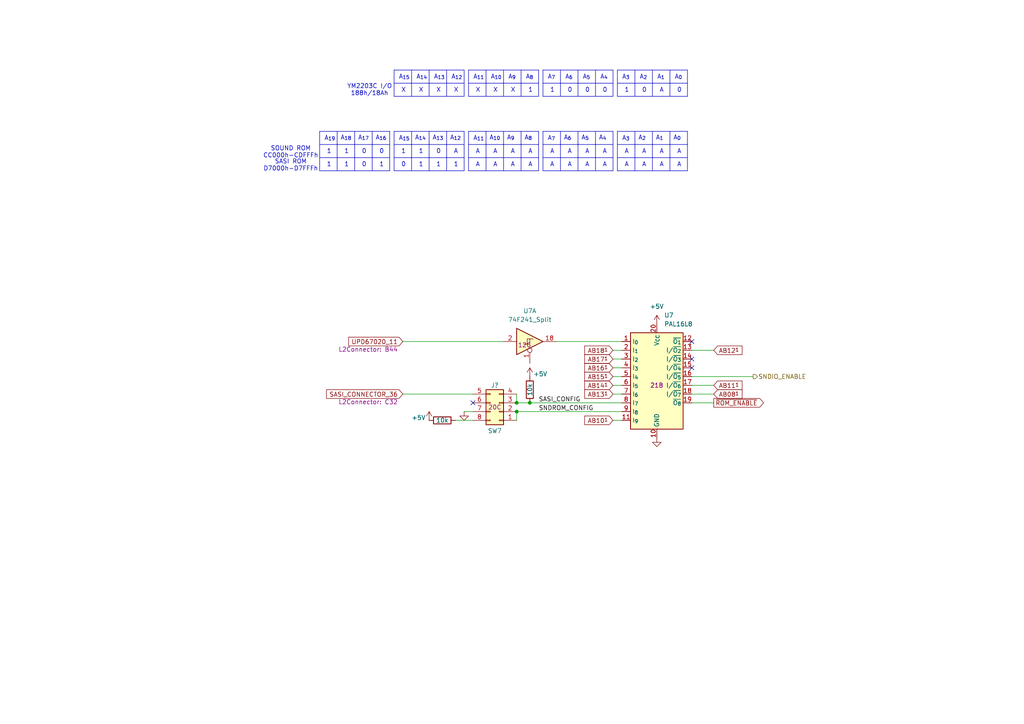
<source format=kicad_sch>
(kicad_sch (version 20250114) (generator "eeschema") (generator_version "9.0")
  (paper "A4")
  (lib_symbols
    (symbol "74xx:74LS241_Split"
      (property "Reference" "U" (at 0 1.27 0))
      (property "Value" "74LS241_Split" (at 0 -1.27 0))
      (symbol "74LS241_Split_1_0"
        (polyline (pts (xy -3.81 3.81) (xy -3.81 -3.81) (xy 3.81 0) (xy -3.81 3.81)) (stroke (width 0.254)) (fill (type background)))
        (pin input line (at -7.62 0 0) (length 3.81) (name "~") (number "2"))
        (pin input inverted (at 0 -6.35 90) (length 4.445) (name "~") (number "1"))
        (pin tri_state line (at 7.62 0 180) (length 3.81) (name "~") (number "18"))
      )
      (symbol "74LS241_Split_1_1"
        (polyline (pts (xy 0 0.762) (xy 0 -0.762) (xy -1.778 -0.762)))
        (polyline (pts (xy 1.016 0.762) (xy -0.762 0.762) (xy -0.762 -0.762)))
      )
      (symbol "74LS241_Split_2_0"
        (polyline (pts (xy -3.81 3.81) (xy -3.81 -3.81) (xy 3.81 0) (xy -3.81 3.81)) (stroke (width 0.254)) (fill (type background)))
        (pin input line (at -7.62 0 0) (length 3.81) (name "~") (number "4"))
        (pin tri_state line (at 7.62 0 180) (length 3.81) (name "~") (number "16"))
      )
      (symbol "74LS241_Split_2_1"
        (polyline (pts (xy 0 0.762) (xy 0 -0.762) (xy -1.778 -0.762)))
        (polyline (pts (xy 1.016 0.762) (xy -0.762 0.762) (xy -0.762 -0.762)))
      )
      (symbol "74LS241_Split_3_0"
        (polyline (pts (xy -3.81 3.81) (xy -3.81 -3.81) (xy 3.81 0) (xy -3.81 3.81)) (stroke (width 0.254)) (fill (type background)))
        (pin input line (at -7.62 0 0) (length 3.81) (name "~") (number "6"))
        (pin tri_state line (at 7.62 0 180) (length 3.81) (name "~") (number "14"))
      )
      (symbol "74LS241_Split_3_1"
        (polyline (pts (xy 0 0.762) (xy 0 -0.762) (xy -1.778 -0.762)))
        (polyline (pts (xy 1.016 0.762) (xy -0.762 0.762) (xy -0.762 -0.762)))
      )
      (symbol "74LS241_Split_4_0"
        (polyline (pts (xy -3.81 3.81) (xy -3.81 -3.81) (xy 3.81 0) (xy -3.81 3.81)) (stroke (width 0.254)) (fill (type background)))
        (pin input line (at -7.62 0 0) (length 3.81) (name "~") (number "8"))
        (pin tri_state line (at 7.62 0 180) (length 3.81) (name "~") (number "12"))
      )
      (symbol "74LS241_Split_4_1"
        (polyline (pts (xy 0 0.762) (xy 0 -0.762) (xy -1.778 -0.762)))
        (polyline (pts (xy 1.016 0.762) (xy -0.762 0.762) (xy -0.762 -0.762)))
      )
      (symbol "74LS241_Split_5_0"
        (polyline (pts (xy -3.81 3.81) (xy -3.81 -3.81) (xy 3.81 0) (xy -3.81 3.81)) (stroke (width 0.254)) (fill (type background)))
        (pin input line (at -7.62 0 0) (length 3.81) (name "~") (number "11"))
        (pin input line (at 0 -6.35 90) (length 4.445) (name "~") (number "19"))
        (pin tri_state line (at 7.62 0 180) (length 3.81) (name "~") (number "9"))
      )
      (symbol "74LS241_Split_5_1"
        (polyline (pts (xy 0 0.762) (xy 0 -0.762) (xy -1.778 -0.762)))
        (polyline (pts (xy 1.016 0.762) (xy -0.762 0.762) (xy -0.762 -0.762)))
      )
      (symbol "74LS241_Split_6_0"
        (polyline (pts (xy -3.81 3.81) (xy -3.81 -3.81) (xy 3.81 0) (xy -3.81 3.81)) (stroke (width 0.254)) (fill (type background)))
        (pin input line (at -7.62 0 0) (length 3.81) (name "~") (number "13"))
        (pin tri_state line (at 7.62 0 180) (length 3.81) (name "~") (number "7"))
      )
      (symbol "74LS241_Split_6_1"
        (polyline (pts (xy 0 0.762) (xy 0 -0.762) (xy -1.778 -0.762)))
        (polyline (pts (xy 1.016 0.762) (xy -0.762 0.762) (xy -0.762 -0.762)))
      )
      (symbol "74LS241_Split_7_0"
        (polyline (pts (xy -3.81 3.81) (xy -3.81 -3.81) (xy 3.81 0) (xy -3.81 3.81)) (stroke (width 0.254)) (fill (type background)))
        (pin input line (at -7.62 0 0) (length 3.81) (name "~") (number "15"))
        (pin tri_state line (at 7.62 0 180) (length 3.81) (name "~") (number "5"))
      )
      (symbol "74LS241_Split_7_1"
        (polyline (pts (xy 0 0.762) (xy 0 -0.762) (xy -1.778 -0.762)))
        (polyline (pts (xy 1.016 0.762) (xy -0.762 0.762) (xy -0.762 -0.762)))
      )
      (symbol "74LS241_Split_8_0"
        (polyline (pts (xy -3.81 3.81) (xy -3.81 -3.81) (xy 3.81 0) (xy -3.81 3.81)) (stroke (width 0.254)) (fill (type background)))
        (pin input line (at -7.62 0 0) (length 3.81) (name "~") (number "17"))
        (pin tri_state line (at 7.62 0 180) (length 3.81) (name "~") (number "3"))
      )
      (symbol "74LS241_Split_8_1"
        (polyline (pts (xy 0 0.762) (xy 0 -0.762) (xy -1.778 -0.762)))
        (polyline (pts (xy 1.016 0.762) (xy -0.762 0.762) (xy -0.762 -0.762)))
      )
      (symbol "74LS241_Split_9_0"
        (pin power_in line (at 0 12.7 270) (length 5.08) (name "VCC") (number "20"))
        (pin power_in line (at 0 -12.7 90) (length 5.08) (name "GND") (number "10"))
      )
      (symbol "74LS241_Split_9_1"
        (rectangle (start -5.08 7.62) (end 5.08 -7.62) (stroke (width 0.254)) (fill (type background)))
      )
    )
    (symbol "Connector_Generic:Conn_02x04_Counter_Clockwise" (pin_names (offset 1.016) (hide yes))
      (property "Reference" "J" (at 1.27 5.08 0))
      (property "Value" "Conn_02x04_Counter_Clockwise" (at 1.27 -7.62 0))
      (symbol "Conn_02x04_Counter_Clockwise_1_1"
        (rectangle (start -1.27 3.81) (end 3.81 -6.35) (stroke (width 0.254)) (fill (type background)))
        (rectangle (start -1.27 2.667) (end 0 2.413) (stroke (width 0.1524)))
        (rectangle (start -1.27 0.127) (end 0 -0.127) (stroke (width 0.1524)))
        (rectangle (start -1.27 -2.413) (end 0 -2.667) (stroke (width 0.1524)))
        (rectangle (start -1.27 -4.953) (end 0 -5.207) (stroke (width 0.1524)))
        (rectangle (start 3.81 2.667) (end 2.54 2.413) (stroke (width 0.1524)))
        (rectangle (start 3.81 0.127) (end 2.54 -0.127) (stroke (width 0.1524)))
        (rectangle (start 3.81 -2.413) (end 2.54 -2.667) (stroke (width 0.1524)))
        (rectangle (start 3.81 -4.953) (end 2.54 -5.207) (stroke (width 0.1524)))
        (pin passive line (at -5.08 2.54 0) (length 3.81) (name "Pin_1") (number "1"))
        (pin passive line (at -5.08 0 0) (length 3.81) (name "Pin_2") (number "2"))
        (pin passive line (at -5.08 -2.54 0) (length 3.81) (name "Pin_3") (number "3"))
        (pin passive line (at -5.08 -5.08 0) (length 3.81) (name "Pin_4") (number "4"))
        (pin passive line (at 7.62 2.54 180) (length 3.81) (name "Pin_8") (number "8"))
        (pin passive line (at 7.62 0 180) (length 3.81) (name "Pin_7") (number "7"))
        (pin passive line (at 7.62 -2.54 180) (length 3.81) (name "Pin_6") (number "6"))
        (pin passive line (at 7.62 -5.08 180) (length 3.81) (name "Pin_5") (number "5"))
      )
    )
    (symbol "Device:R" (pin_numbers (hide yes)) (pin_names (offset 0))
      (property "Reference" "R" (at 2.032 0 90))
      (property "Value" "R" (at 0 0 90))
      (symbol "R_0_1"
        (rectangle (start -1.016 -2.54) (end 1.016 2.54) (stroke (width 0.254)))
      )
      (symbol "R_1_1"
        (pin passive line (at 0 3.81 270) (length 1.27) (name "~") (number "1"))
        (pin passive line (at 0 -3.81 90) (length 1.27) (name "~") (number "2"))
      )
    )
    (symbol "Logic_Programmable:PAL16L8"
      (property "Reference" "U" (at -7.366 16.764 0))
      (property "Value" "PAL16L8" (at 1.27 16.764 0))
      (symbol "PAL16L8_0_0"
        (pin power_in line (at 0 -15.24 90) (length 2.54) (name "GND") (number "10"))
      )
      (symbol "PAL16L8_0_1"
        (rectangle (start -7.62 15.24) (end 7.62 -12.7) (stroke (width 0.254)) (fill (type background)))
      )
      (symbol "PAL16L8_1_0"
        (pin power_in line (at 0 17.78 270) (length 2.54) (name "V_{CC}") (number "20"))
      )
      (symbol "PAL16L8_1_1"
        (pin input line (at -10.16 12.7 0) (length 2.54) (name "I_{0}") (number "1"))
        (pin input line (at -10.16 10.16 0) (length 2.54) (name "I_{1}") (number "2"))
        (pin input line (at -10.16 7.62 0) (length 2.54) (name "I_{2}") (number "3"))
        (pin input line (at -10.16 5.08 0) (length 2.54) (name "I_{3}") (number "4"))
        (pin input line (at -10.16 2.54 0) (length 2.54) (name "I_{4}") (number "5"))
        (pin input line (at -10.16 0 0) (length 2.54) (name "I_{5}") (number "6"))
        (pin input line (at -10.16 -2.54 0) (length 2.54) (name "I_{6}") (number "7"))
        (pin input line (at -10.16 -5.08 0) (length 2.54) (name "I_{7}") (number "8"))
        (pin input line (at -10.16 -7.62 0) (length 2.54) (name "I_{8}") (number "9"))
        (pin input line (at -10.16 -10.16 0) (length 2.54) (name "I_{9}") (number "11"))
        (pin tri_state line (at 10.16 12.7 180) (length 2.54) (name "~{O_{1}}") (number "12"))
        (pin bidirectional line (at 10.16 10.16 180) (length 2.54) (name "I/~{O_{2}}") (number "13"))
        (pin bidirectional line (at 10.16 7.62 180) (length 2.54) (name "I/~{O_{3}}") (number "14"))
        (pin bidirectional line (at 10.16 5.08 180) (length 2.54) (name "I/~{O_{4}}") (number "15"))
        (pin bidirectional line (at 10.16 2.54 180) (length 2.54) (name "I/~{O_{5}}") (number "16"))
        (pin bidirectional line (at 10.16 0 180) (length 2.54) (name "I/~{O_{6}}") (number "17"))
        (pin bidirectional line (at 10.16 -2.54 180) (length 2.54) (name "I/~{O_{7}}") (number "18"))
        (pin tri_state line (at 10.16 -5.08 180) (length 2.54) (name "~{O_{8}}") (number "19"))
      )
    )
    (symbol "power:+5V" (power) (pin_numbers (hide yes)) (pin_names (offset 0) (hide yes))
      (property "Value" "+5V" (at 0 3.556 0))
      (symbol "+5V_0_1"
        (polyline (pts (xy -0.762 1.27) (xy 0 2.54)))
        (polyline (pts (xy 0 2.54) (xy 0.762 1.27)))
        (polyline (pts (xy 0 0) (xy 0 2.54)))
      )
      (symbol "+5V_1_1"
        (pin power_in line (at 0 0 90) (length 0) (name "~") (number "1"))
      )
    )
    (symbol "power:GND" (power) (pin_numbers (hide yes)) (pin_names (offset 0) (hide yes))
      (property "Value" "GND" (at 0 -3.81 0))
      (symbol "GND_0_1"
        (polyline (pts (xy 0 0) (xy 0 -1.27) (xy 1.27 -1.27) (xy 0 -2.54) (xy -1.27 -1.27) (xy 0 -1.27)))
      )
      (symbol "GND_1_1"
        (pin power_in line (at 0 0 270) (length 0) (name "~") (number "1"))
      )
    )
  )
  (text "SOUND ROM\nCC000h-CDFFFh" (at 84.328 44.196 0) (effects (font (size 1.27 1.27))))
  (text "YM2203C I/O\n188h/18Ah" (at 107.188 26.162 0) (effects (font (size 1.27 1.27))))
  (text "SASI ROM\nD7000h-D7FFFh" (at 84.328 48.006 0) (effects (font (size 1.27 1.27))))
  (junction (at 153.67 116.84))
  (junction (at 149.86 116.84))
  (junction (at 149.86 119.38))
  (no_connect (at 200.66 99.06))
  (no_connect (at 137.16 116.84))
  (no_connect (at 200.66 104.14))
  (no_connect (at 200.66 106.68))
  (wire (pts (xy 149.86 119.38) (xy 149.86 121.92)))
  (wire (pts (xy 177.8 101.6) (xy 180.34 101.6)))
  (wire (pts (xy 177.8 109.22) (xy 180.34 109.22)))
  (wire (pts (xy 132.08 121.92) (xy 137.16 121.92)))
  (wire (pts (xy 177.8 106.68) (xy 180.34 106.68)))
  (wire (pts (xy 200.66 111.76) (xy 207.01 111.76)))
  (wire (pts (xy 116.84 114.3) (xy 137.16 114.3)))
  (wire (pts (xy 200.66 109.22) (xy 218.44 109.22)))
  (wire (pts (xy 149.86 114.3) (xy 149.86 116.84)))
  (wire (pts (xy 200.66 101.6) (xy 207.01 101.6)))
  (wire (pts (xy 149.86 119.38) (xy 180.34 119.38)))
  (wire (pts (xy 177.8 114.3) (xy 180.34 114.3)))
  (wire (pts (xy 149.86 116.84) (xy 153.67 116.84)))
  (wire (pts (xy 177.8 121.92) (xy 180.34 121.92)))
  (wire (pts (xy 153.67 116.84) (xy 180.34 116.84)))
  (wire (pts (xy 177.8 111.76) (xy 180.34 111.76)))
  (wire (pts (xy 161.29 99.06) (xy 180.34 99.06)))
  (wire (pts (xy 116.84 99.06) (xy 146.05 99.06)))
  (wire (pts (xy 177.8 104.14) (xy 180.34 104.14)))
  (wire (pts (xy 200.66 114.3) (xy 207.01 114.3)))
  (wire (pts (xy 134.62 119.38) (xy 137.16 119.38)))
  (wire (pts (xy 200.66 116.84) (xy 207.01 116.84)))
  (table (column_count 4) (border (external yes) (header yes)) (separators (rows yes) (cols yes)) (column_widths 5.08 5.08 5.08 5.08) (row_heights 3.81 3.81 3.81) (cells (table_cell "A_{11}" (at 135.89 38.1 0) (size 5.08 3.81) (margins 1.3335 1.0795 0.9525 0.9525) (span 1 1)) (table_cell "A_{10}" (at 140.97 38.1 0) (size 5.08 3.81) (margins 0.9525 0.9525 0.9525 0.9525) (span 1 1)) (table_cell "A_{9}" (at 146.05 38.1 0) (size 5.08 3.81) (margins 0.9525 0.9525 0.9525 0.9525) (span 1 1)) (table_cell "A_{8}" (at 151.13 38.1 0) (size 5.08 3.81) (margins 0.9525 0.9525 0.9525 0.9525) (span 1 1)) (table_cell "A" (at 135.89 41.91 0) (size 5.08 3.81) (margins 2.0447 1.0795 0.4445 0.9525) (span 1 1)) (table_cell "A" (at 140.97 41.91 0) (size 5.08 3.81) (margins 2.0447 1.0795 0.4445 0.9525) (span 1 1)) (table_cell "A" (at 146.05 41.91 0) (size 5.08 3.81) (margins 2.0447 1.0795 0.4445 0.9525) (span 1 1)) (table_cell "A" (at 151.13 41.91 0) (size 5.08 3.81) (margins 2.0447 1.0795 0.4445 0.9525) (span 1 1)) (table_cell "A" (at 135.89 45.72 0) (size 5.08 3.81) (margins 2.0447 1.0795 0.4445 0.9525) (span 1 1)) (table_cell "A" (at 140.97 45.72 0) (size 5.08 3.81) (margins 2.0447 1.0795 0.4445 0.9525) (span 1 1)) (table_cell "A" (at 146.05 45.72 0) (size 5.08 3.81) (margins 2.0447 1.0795 0.4445 0.9525) (span 1 1)) (table_cell "A" (at 151.13 45.72 0) (size 5.08 3.81) (margins 2.0447 1.0795 0.4445 0.9525) (span 1 1))))
  (table (column_count 4) (border (external yes) (header yes)) (separators (rows yes) (cols yes)) (column_widths 5.08 5.08 5.08 5.08) (row_heights 3.81 3.81) (cells (table_cell "A_{11}" (at 135.89 20.32 0) (size 5.08 3.81) (margins 1.3335 1.0795 0.9525 0.9525) (span 1 1)) (table_cell "A_{10}" (at 140.97 20.32 0) (size 5.08 3.81) (margins 1.3335 1.0795 0.9525 0.9525) (span 1 1)) (table_cell "A_{9}" (at 146.05 20.32 0) (size 5.08 3.81) (margins 1.3335 1.0795 0.9525 0.9525) (span 1 1)) (table_cell "A_{8}" (at 151.13 20.32 0) (size 5.08 3.81) (margins 1.3335 1.0795 0.9525 0.9525) (span 1 1)) (table_cell "X" (at 135.89 24.13 0) (size 5.08 3.81) (margins 2.0447 1.0795 0.4445 0.9525) (span 1 1)) (table_cell "X" (at 140.97 24.13 0) (size 5.08 3.81) (margins 2.0447 1.0795 0.4445 0.9525) (span 1 1)) (table_cell "X" (at 146.05 24.13 0) (size 5.08 3.81) (margins 2.0447 1.0795 0.4445 0.9525) (span 1 1)) (table_cell "1" (at 151.13 24.13 0) (size 5.08 3.81) (margins 2.0447 1.0795 0.4445 0.9525) (span 1 1))))
  (table (column_count 4) (border (external yes) (header yes)) (separators (rows yes) (cols yes)) (column_widths 5.08 5.08 5.08 5.08) (row_heights 3.81 3.81 3.81) (cells (table_cell "A_{3}" (at 179.07 38.1 0) (size 5.08 3.81) (margins 1.3335 1.0795 0.9525 0.9525) (span 1 1)) (table_cell "A_{2}" (at 184.15 38.1 0) (size 5.08 3.81) (margins 0.9525 0.9525 0.9525 0.9525) (span 1 1)) (table_cell "A_{1}" (at 189.23 38.1 0) (size 5.08 3.81) (margins 0.9525 0.9525 0.9525 0.9525) (span 1 1)) (table_cell "A_{0}" (at 194.31 38.1 0) (size 5.08 3.81) (margins 0.9525 0.9525 0.9525 0.9525) (span 1 1)) (table_cell "A" (at 179.07 41.91 0) (size 5.08 3.81) (margins 2.0447 1.0795 0.4445 0.9525) (span 1 1)) (table_cell "A" (at 184.15 41.91 0) (size 5.08 3.81) (margins 2.0447 1.0795 0.4445 0.9525) (span 1 1)) (table_cell "A" (at 189.23 41.91 0) (size 5.08 3.81) (margins 2.0447 1.0795 0.4445 0.9525) (span 1 1)) (table_cell "A" (at 194.31 41.91 0) (size 5.08 3.81) (margins 2.0447 1.0795 0.4445 0.9525) (span 1 1)) (table_cell "A" (at 179.07 45.72 0) (size 5.08 3.81) (margins 2.0447 1.0795 0.4445 0.9525) (span 1 1)) (table_cell "A" (at 184.15 45.72 0) (size 5.08 3.81) (margins 2.0447 1.0795 0.4445 0.9525) (span 1 1)) (table_cell "A" (at 189.23 45.72 0) (size 5.08 3.81) (margins 2.0447 1.0795 0.4445 0.9525) (span 1 1)) (table_cell "A" (at 194.31 45.72 0) (size 5.08 3.81) (margins 2.0447 1.0795 0.4445 0.9525) (span 1 1))))
  (table (column_count 4) (border (external yes) (header yes)) (separators (rows yes) (cols yes)) (column_widths 5.08 5.08 5.08 5.08) (row_heights 3.81 3.81) (cells (table_cell "A_{15}" (at 114.3 20.32 0) (size 5.08 3.81) (margins 1.3335 1.0795 0.9525 0.9525) (span 1 1)) (table_cell "A_{14}" (at 119.38 20.32 0) (size 5.08 3.81) (margins 1.3335 1.0795 0.9525 0.9525) (span 1 1)) (table_cell "A_{13}" (at 124.46 20.32 0) (size 5.08 3.81) (margins 1.3335 1.0795 0.9525 0.9525) (span 1 1)) (table_cell "A_{12}" (at 129.54 20.32 0) (size 5.08 3.81) (margins 1.3335 1.0795 0.9525 0.9525) (span 1 1)) (table_cell "X" (at 114.3 24.13 0) (size 5.08 3.81) (margins 2.0447 1.0795 0.4445 0.9525) (span 1 1)) (table_cell "X" (at 119.38 24.13 0) (size 5.08 3.81) (margins 2.0447 1.0795 0.4445 0.9525) (span 1 1)) (table_cell "X" (at 124.46 24.13 0) (size 5.08 3.81) (margins 2.0447 1.0795 0.4445 0.9525) (span 1 1)) (table_cell "X" (at 129.54 24.13 0) (size 5.08 3.81) (margins 2.0447 1.0795 0.4445 0.9525) (span 1 1))))
  (table (column_count 4) (border (external yes) (header yes)) (separators (rows yes) (cols yes)) (column_widths 5.08 5.08 5.08 5.08) (row_heights 3.81 3.81 3.81) (cells (table_cell "A_{7}" (at 157.48 38.1 0) (size 5.08 3.81) (margins 1.3335 1.0795 0.9525 0.9525) (span 1 1)) (table_cell "A_{6}" (at 162.56 38.1 0) (size 5.08 3.81) (margins 0.9525 0.9525 0.9525 0.9525) (span 1 1)) (table_cell "A_{5}" (at 167.64 38.1 0) (size 5.08 3.81) (margins 0.9525 0.9525 0.9525 0.9525) (span 1 1)) (table_cell "A_{4}" (at 172.72 38.1 0) (size 5.08 3.81) (margins 0.9525 0.9525 0.9525 0.9525) (span 1 1)) (table_cell "A" (at 157.48 41.91 0) (size 5.08 3.81) (margins 2.0447 1.0795 0.4445 0.9525) (span 1 1)) (table_cell "A" (at 162.56 41.91 0) (size 5.08 3.81) (margins 2.0447 1.0795 0.4445 0.9525) (span 1 1)) (table_cell "A" (at 167.64 41.91 0) (size 5.08 3.81) (margins 2.0447 1.0795 0.4445 0.9525) (span 1 1)) (table_cell "A" (at 172.72 41.91 0) (size 5.08 3.81) (margins 2.0447 1.0795 0.4445 0.9525) (span 1 1)) (table_cell "A" (at 157.48 45.72 0) (size 5.08 3.81) (margins 2.0447 1.0795 0.4445 0.9525) (span 1 1)) (table_cell "A" (at 162.56 45.72 0) (size 5.08 3.81) (margins 2.0447 1.0795 0.4445 0.9525) (span 1 1)) (table_cell "A" (at 167.64 45.72 0) (size 5.08 3.81) (margins 2.0447 1.0795 0.4445 0.9525) (span 1 1)) (table_cell "A" (at 172.72 45.72 0) (size 5.08 3.81) (margins 2.0447 1.0795 0.4445 0.9525) (span 1 1))))
  (table (column_count 4) (border (external yes) (header yes)) (separators (rows yes) (cols yes)) (column_widths 5.08 5.08 5.08 5.08) (row_heights 3.81 3.81 3.81) (cells (table_cell "A_{19}" (at 92.71 38.1 0) (size 5.08 3.81) (margins 1.3335 1.0795 0.9525 0.9525) (span 1 1)) (table_cell "A_{18}" (at 97.79 38.1 0) (size 5.08 3.81) (margins 0.9525 0.9525 0.9525 0.9525) (span 1 1)) (table_cell "A_{17}" (at 102.87 38.1 0) (size 5.08 3.81) (margins 0.9525 0.9525 0.9525 0.9525) (span 1 1)) (table_cell "A_{16}" (at 107.95 38.1 0) (size 5.08 3.81) (margins 0.9525 0.9525 0.9525 0.9525) (span 1 1)) (table_cell "1" (at 92.71 41.91 0) (size 5.08 3.81) (margins 2.0447 1.0795 0.4445 0.9525) (span 1 1)) (table_cell "1" (at 97.79 41.91 0) (size 5.08 3.81) (margins 2.0447 1.0795 0.4445 0.9525) (span 1 1)) (table_cell "0" (at 102.87 41.91 0) (size 5.08 3.81) (margins 2.0447 1.0795 0.4445 0.9525) (span 1 1)) (table_cell "0" (at 107.95 41.91 0) (size 5.08 3.81) (margins 2.0447 1.0795 0.4445 0.9525) (span 1 1)) (table_cell "1" (at 92.71 45.72 0) (size 5.08 3.81) (margins 2.0447 1.0795 0.4445 0.9525) (span 1 1)) (table_cell "1" (at 97.79 45.72 0) (size 5.08 3.81) (margins 2.0447 1.0795 0.4445 0.9525) (span 1 1)) (table_cell "0" (at 102.87 45.72 0) (size 5.08 3.81) (margins 2.0447 1.0795 0.4445 0.9525) (span 1 1)) (table_cell "1" (at 107.95 45.72 0) (size 5.08 3.81) (margins 2.0447 1.0795 0.4445 0.9525) (span 1 1))))
  (table (column_count 4) (border (external yes) (header yes)) (separators (rows yes) (cols yes)) (column_widths 5.08 5.08 5.08 5.08) (row_heights 3.81 3.81) (cells (table_cell "A_{7}" (at 157.48 20.32 0) (size 5.08 3.81) (margins 1.3335 1.0795 0.9525 0.9525) (span 1 1)) (table_cell "A_{6}" (at 162.56 20.32 0) (size 5.08 3.81) (margins 1.3335 1.0795 0.9525 0.9525) (span 1 1)) (table_cell "A_{5}" (at 167.64 20.32 0) (size 5.08 3.81) (margins 1.3335 1.0795 0.9525 0.9525) (span 1 1)) (table_cell "A_{4}" (at 172.72 20.32 0) (size 5.08 3.81) (margins 1.3335 1.0795 0.9525 0.9525) (span 1 1)) (table_cell "1" (at 157.48 24.13 0) (size 5.08 3.81) (margins 2.0447 1.0795 0.4445 0.9525) (span 1 1)) (table_cell "0" (at 162.56 24.13 0) (size 5.08 3.81) (margins 2.0447 1.0795 0.4445 0.9525) (span 1 1)) (table_cell "0" (at 167.64 24.13 0) (size 5.08 3.81) (margins 2.0447 1.0795 0.4445 0.9525) (span 1 1)) (table_cell "0" (at 172.72 24.13 0) (size 5.08 3.81) (margins 2.0447 1.0795 0.4445 0.9525) (span 1 1))))
  (table (column_count 4) (border (external yes) (header yes)) (separators (rows yes) (cols yes)) (column_widths 5.08 5.08 5.08 5.08) (row_heights 3.81 3.81 3.81) (cells (table_cell "A_{15}" (at 114.3 38.1 0) (size 5.08 3.81) (margins 1.3335 1.0795 0.9525 0.9525) (span 1 1)) (table_cell "A_{14}" (at 119.38 38.1 0) (size 5.08 3.81) (margins 0.9525 0.9525 0.9525 0.9525) (span 1 1)) (table_cell "A_{13}" (at 124.46 38.1 0) (size 5.08 3.81) (margins 0.9525 0.9525 0.9525 0.9525) (span 1 1)) (table_cell "A_{12}" (at 129.54 38.1 0) (size 5.08 3.81) (margins 0.9525 0.9525 0.9525 0.9525) (span 1 1)) (table_cell "1" (at 114.3 41.91 0) (size 5.08 3.81) (margins 2.0447 1.0795 0.4445 0.9525) (span 1 1)) (table_cell "1" (at 119.38 41.91 0) (size 5.08 3.81) (margins 2.0447 1.0795 0.4445 0.9525) (span 1 1)) (table_cell "0" (at 124.46 41.91 0) (size 5.08 3.81) (margins 2.0447 1.0795 0.4445 0.9525) (span 1 1)) (table_cell "A" (at 129.54 41.91 0) (size 5.08 3.81) (margins 2.0447 1.0795 0.4445 0.9525) (span 1 1)) (table_cell "0" (at 114.3 45.72 0) (size 5.08 3.81) (margins 2.0447 1.0795 0.4445 0.9525) (span 1 1)) (table_cell "1" (at 119.38 45.72 0) (size 5.08 3.81) (margins 2.0447 1.0795 0.4445 0.9525) (span 1 1)) (table_cell "1" (at 124.46 45.72 0) (size 5.08 3.81) (margins 2.0447 1.0795 0.4445 0.9525) (span 1 1)) (table_cell "1" (at 129.54 45.72 0) (size 5.08 3.81) (margins 2.0447 1.0795 0.4445 0.9525) (span 1 1))))
  (table (column_count 4) (border (external yes) (header yes)) (separators (rows yes) (cols yes)) (column_widths 5.08 5.08 5.08 5.08) (row_heights 3.81 3.81) (cells (table_cell "A_{3}" (at 179.07 20.32 0) (size 5.08 3.81) (margins 1.3335 1.0795 0.9525 0.9525) (span 1 1)) (table_cell "A_{2}" (at 184.15 20.32 0) (size 5.08 3.81) (margins 1.3335 1.0795 0.9525 0.9525) (span 1 1)) (table_cell "A_{1}" (at 189.23 20.32 0) (size 5.08 3.81) (margins 1.3335 1.0795 0.9525 0.9525) (span 1 1)) (table_cell "A_{0}" (at 194.31 20.32 0) (size 5.08 3.81) (margins 1.3335 1.0795 0.9525 0.9525) (span 1 1)) (table_cell "1" (at 179.07 24.13 0) (size 5.08 3.81) (margins 2.0447 1.0795 0.4445 0.9525) (span 1 1)) (table_cell "0" (at 184.15 24.13 0) (size 5.08 3.81) (margins 2.0447 1.0795 0.4445 0.9525) (span 1 1)) (table_cell "A" (at 189.23 24.13 0) (size 5.08 3.81) (margins 2.0447 1.0795 0.4445 0.9525) (span 1 1)) (table_cell "0" (at 194.31 24.13 0) (size 5.08 3.81) (margins 2.0447 1.0795 0.4445 0.9525) (span 1 1))))
  (label "SASI_CONFIG" (at 156.21 116.84 0))
  (label "SNDROM_CONFIG" (at 156.21 119.38 0))
  (global_label "UPD67020_11" (shape input) (at 116.84 99.06 180) (property "Intersheetrefs" "${INTERSHEET_REFS}" (effects (hide yes))) (property "Pin" "L2Connector: B44" (at 116.84 101.2508 0) (effects (justify right))))
  (global_label "AB10^{1}" (shape input) (at 177.8 121.92 180) (property "Intersheetrefs" "${INTERSHEET_REFS}" (effects (hide yes))))
  (global_label "AB13^{1}" (shape input) (at 177.8 114.3 180) (property "Intersheetrefs" "${INTERSHEET_REFS}" (effects (hide yes))))
  (global_label "SASI_CONNECTOR_36" (shape input) (at 116.84 114.3 180) (property "Intersheetrefs" "${INTERSHEET_REFS}" (effects (hide yes))) (property "Pin" "L2Connector: C32" (at 116.84 116.4908 0) (effects (justify right))))
  (global_label "AB14^{1}" (shape input) (at 177.8 111.76 180) (property "Intersheetrefs" "${INTERSHEET_REFS}" (effects (hide yes))))
  (global_label "AB12^{1}" (shape input) (at 207.01 101.6 0) (property "Intersheetrefs" "${INTERSHEET_REFS}" (effects (hide yes))))
  (global_label "AB18^{1}" (shape input) (at 177.8 101.6 180) (property "Intersheetrefs" "${INTERSHEET_REFS}" (effects (hide yes))))
  (global_label "AB17^{1}" (shape input) (at 177.8 104.14 180) (property "Intersheetrefs" "${INTERSHEET_REFS}" (effects (hide yes))))
  (global_label "AB15^{1}" (shape input) (at 177.8 109.22 180) (property "Intersheetrefs" "${INTERSHEET_REFS}" (effects (hide yes))))
  (global_label "~{ROM_ENABLE}" (shape output) (at 207.01 116.84 0) (property "Intersheetrefs" "${INTERSHEET_REFS}" (effects (hide yes))))
  (global_label "AB08^{1}" (shape input) (at 207.01 114.3 0) (property "Intersheetrefs" "${INTERSHEET_REFS}" (effects (hide yes))))
  (global_label "AB16^{1}" (shape input) (at 177.8 106.68 180) (property "Intersheetrefs" "${INTERSHEET_REFS}" (effects (hide yes))))
  (global_label "AB11^{1}" (shape input) (at 207.01 111.76 0) (property "Intersheetrefs" "${INTERSHEET_REFS}" (effects (hide yes))))
  (hierarchical_label "SNDIO_ENABLE" (shape output) (at 218.44 109.22 0))
  (symbol (lib_id "Connector_Generic:Conn_02x04_Counter_Clockwise") (at 144.78 119.38 180) (unit 1)
    (property "Reference" "J?" (at 143.51 111.76 0))
    (property "Value" "SW7" (at 143.51 124.968 0))
    (property "Description" "Generic connector, double row, 02x04, counter clockwise pin numbering scheme (similar to DIP package numbering), script generated (kicad-library-utils/schlib/autogen/connector/)" (effects (hide yes)))
    (property "Location" "20C" (at 143.51 118.11 0))
  )
  (symbol (lib_id "Device:R") (at 128.27 121.92 90) (unit 1)
    (property "Reference" "R?" (effects (hide yes)))
    (property "Value" "10k" (at 128.27 121.92 90))
    (property "Description" "Resistor" (effects (hide yes)))
  )
  (symbol (lib_id "power:+5V") (at 153.67 109.22 0) (mirror y) (unit 1)
    (property "Reference" "#PWR011" (effects (hide yes)))
    (property "Value" "+5V" (at 156.718 108.458 0))
    (property "Description" "Power symbol creates a global label with name \"+5V\"" (effects (hide yes)))
  )
  (symbol (lib_id "Logic_Programmable:PAL16L8") (at 190.5 111.76 0) (unit 1)
    (property "Reference" "U7" (at 192.6433 91.44 0) (effects (justify left)))
    (property "Value" "PAL16L8" (at 192.6433 93.98 0) (effects (justify left)))
    (property "Datasheet" "https://docs.rs-online.com/53eb/0900766b8002a354.pdf" (effects (hide yes)))
    (property "Description" "Programmable Array Logic (PAL), Active-Low Combinatorial, DIP-20 / PLCC-20" (effects (hide yes)))
    (property "Location" "21B" (at 190.5 111.76 0))
  )
  (symbol (lib_id "power:+5V") (at 190.5 93.98 0) (unit 1)
    (property "Reference" "#PWR09" (effects (hide yes)))
    (property "Value" "+5V" (at 190.5 88.9 0))
    (property "Description" "Power symbol creates a global label with name \"+5V\"" (effects (hide yes)))
  )
  (symbol (lib_id "74xx:74LS241_Split") (at 153.67 99.06 0) (unit 1)
    (property "Reference" "U7" (at 153.67 90.17 0))
    (property "Value" "74F241_Split" (at 153.67 92.71 0))
    (property "Datasheet" "http://www.ti.com/lit/ds/symlink/sn74ls241.pdf" (effects (hide yes)))
    (property "Description" "Octal Buffer and Line Driver With 3-State Output, complementary enables, non-inverting outputs, split symbol" (effects (hide yes)))
    (property "Location" "12G" (at 152.146 100.076 0))
  )
  (symbol (lib_id "power:GND") (at 134.62 119.38 0) (unit 1)
    (property "Reference" "#PWR?" (effects (hide yes)))
    (property "Value" "GND" (effects (hide yes)))
    (property "Description" "Power symbol creates a global label with name \"GND\" , ground" (effects (hide yes)))
  )
  (symbol (lib_id "power:GND") (at 190.5 127 0) (unit 1)
    (property "Reference" "#PWR010" (effects (hide yes)))
    (property "Value" "GND" (effects (hide yes)))
    (property "Description" "Power symbol creates a global label with name \"GND\" , ground" (effects (hide yes)))
  )
  (symbol (lib_id "Device:R") (at 153.67 113.03 0) (unit 1)
    (property "Reference" "R1" (effects (hide yes)))
    (property "Value" "10k" (at 153.67 113.03 90))
    (property "Description" "Resistor" (effects (hide yes)))
  )
  (symbol (lib_id "power:+5V") (at 124.46 121.92 0) (unit 1)
    (property "Reference" "#PWR?" (effects (hide yes)))
    (property "Value" "+5V" (at 121.412 121.158 0))
    (property "Description" "Power symbol creates a global label with name \"+5V\"" (effects (hide yes)))
  )
)
</source>
